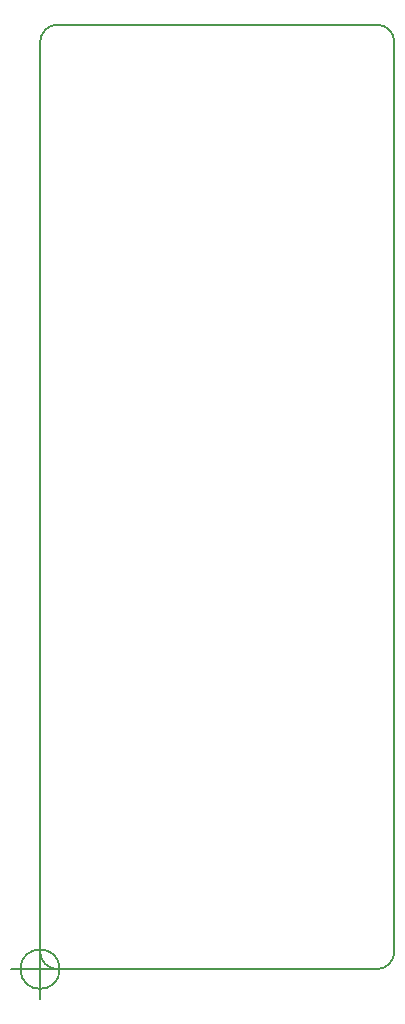
<source format=gbr>
G04 #@! TF.GenerationSoftware,KiCad,Pcbnew,(5.1.4)-1*
G04 #@! TF.CreationDate,2019-10-18T08:43:13-02:30*
G04 #@! TF.ProjectId,GeneralMCU,47656e65-7261-46c4-9d43-552e6b696361,rev?*
G04 #@! TF.SameCoordinates,Original*
G04 #@! TF.FileFunction,Profile,NP*
%FSLAX46Y46*%
G04 Gerber Fmt 4.6, Leading zero omitted, Abs format (unit mm)*
G04 Created by KiCad (PCBNEW (5.1.4)-1) date 2019-10-18 08:43:13*
%MOMM*%
%LPD*%
G04 APERTURE LIST*
%ADD10C,0.150000*%
G04 APERTURE END LIST*
D10*
X50000000Y-148500000D02*
X50000000Y-71525000D01*
X78500000Y-150000000D02*
X51500000Y-150000000D01*
X80000000Y-71525000D02*
X80000000Y-148500000D01*
X78500000Y-70025000D02*
X51500000Y-70025000D01*
X78500000Y-70025000D02*
G75*
G02X80000000Y-71525000I0J-1500000D01*
G01*
X50000000Y-71525000D02*
G75*
G02X51500000Y-70025000I1500000J0D01*
G01*
X80000000Y-148500000D02*
G75*
G02X78500000Y-150000000I-1500000J0D01*
G01*
X51500000Y-150000000D02*
G75*
G02X50000000Y-148500000I0J1500000D01*
G01*
X51666666Y-150000000D02*
G75*
G03X51666666Y-150000000I-1666666J0D01*
G01*
X47500000Y-150000000D02*
X52500000Y-150000000D01*
X50000000Y-147500000D02*
X50000000Y-152500000D01*
M02*

</source>
